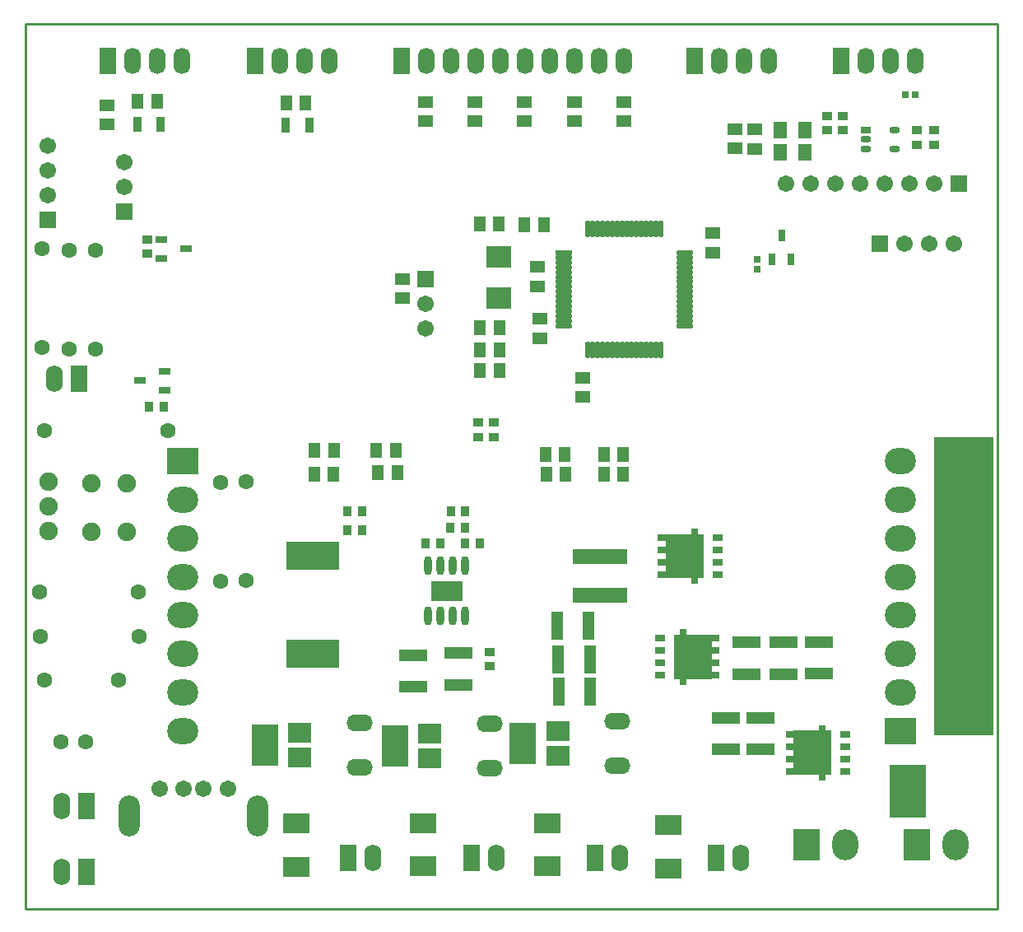
<source format=gts>
%FSLAX25Y25*%
%MOIN*%
G70*
G01*
G75*
G04 Layer_Color=8388736*
%ADD10R,0.03937X0.02362*%
%ADD11R,0.03347X0.02756*%
%ADD12O,0.06299X0.01181*%
%ADD13R,0.06299X0.01181*%
%ADD14O,0.01181X0.06299*%
%ADD15R,0.05118X0.03937*%
%ADD16R,0.10630X0.03937*%
%ADD17R,0.03937X0.05118*%
%ADD18R,0.03543X0.02126*%
%ADD19R,0.01969X0.06299*%
%ADD20R,0.14410X0.07874*%
%ADD21R,0.14410X0.09843*%
%ADD22R,0.09449X0.08268*%
%ADD23R,0.05000X0.06000*%
%ADD24R,0.02362X0.02362*%
%ADD25R,0.02362X0.02362*%
%ADD26R,0.02362X0.03937*%
%ADD27O,0.02362X0.06890*%
%ADD28R,0.11811X0.07480*%
%ADD29R,0.02756X0.03347*%
%ADD30R,0.10000X0.07500*%
%ADD31R,0.09843X0.15748*%
%ADD32R,0.08661X0.07087*%
%ADD33O,0.09843X0.05906*%
%ADD34O,0.03543X0.01969*%
%ADD35O,0.03543X0.01969*%
%ADD36R,0.03543X0.01969*%
%ADD37R,0.02559X0.05315*%
%ADD38R,0.20866X0.11024*%
%ADD39R,0.03937X0.10630*%
%ADD40R,0.21654X0.05630*%
%ADD41C,0.02000*%
%ADD42C,0.00800*%
%ADD43C,0.03000*%
%ADD44C,0.03500*%
%ADD45C,0.04000*%
%ADD46C,0.01000*%
%ADD47C,0.01500*%
%ADD48C,0.10000*%
%ADD49C,0.08000*%
%ADD50C,0.05000*%
%ADD51C,0.01200*%
%ADD52R,0.19200X0.07900*%
%ADD53R,0.58405X0.13100*%
%ADD54R,0.24300X1.56600*%
%ADD55R,0.50200X0.62200*%
%ADD56R,0.24100X0.17400*%
%ADD57R,0.25624X0.17093*%
%ADD58R,0.23600X0.17400*%
%ADD59R,0.05906X0.05906*%
%ADD60C,0.05906*%
%ADD61O,0.11811X0.09843*%
%ADD62R,0.11811X0.09843*%
%ADD63O,0.05906X0.09843*%
%ADD64R,0.05906X0.09843*%
%ADD65R,0.09843X0.11811*%
%ADD66O,0.09843X0.11811*%
%ADD67R,0.05906X0.05906*%
%ADD68C,0.06693*%
%ADD69C,0.05500*%
%ADD70O,0.07874X0.15748*%
%ADD71C,0.05512*%
%ADD72R,0.06000X0.10000*%
%ADD73O,0.06000X0.10000*%
%ADD74C,0.02000*%
%ADD75C,0.03000*%
%ADD76C,0.04000*%
%ADD77O,0.05500X0.02500*%
%ADD78R,0.05500X0.02500*%
%ADD79O,0.01181X0.02756*%
%ADD80O,0.02756X0.01181*%
%ADD81R,0.13386X0.07087*%
%ADD82R,0.15000X0.13000*%
%ADD83R,0.19400X0.21500*%
%ADD84R,0.18400X0.60700*%
%ADD85R,0.24600X1.31200*%
%ADD86R,0.50100X0.62100*%
%ADD87C,0.00500*%
%ADD88C,0.00394*%
%ADD89C,0.00984*%
%ADD90C,0.00787*%
%ADD91C,0.00591*%
%ADD92R,0.04724X0.02756*%
%ADD93R,0.01968X0.03543*%
%ADD94R,0.23900X1.20759*%
%ADD95R,0.14900X0.21400*%
%ADD96R,0.04737X0.03162*%
%ADD97R,0.04147X0.03556*%
%ADD98O,0.07099X0.01981*%
%ADD99R,0.07099X0.01981*%
%ADD100O,0.01981X0.07099*%
%ADD101R,0.05918X0.04737*%
%ADD102R,0.11430X0.04737*%
%ADD103R,0.04737X0.05918*%
%ADD104R,0.04343X0.02926*%
%ADD105R,0.02769X0.07099*%
%ADD106R,0.15210X0.08674*%
%ADD107R,0.15210X0.10642*%
%ADD108R,0.10249X0.09068*%
%ADD109R,0.05800X0.06800*%
%ADD110R,0.03162X0.03162*%
%ADD111R,0.03162X0.03162*%
%ADD112R,0.03162X0.04737*%
%ADD113O,0.03162X0.07690*%
%ADD114R,0.12611X0.08280*%
%ADD115R,0.03556X0.04147*%
%ADD116R,0.10800X0.08300*%
%ADD117R,0.10642X0.16548*%
%ADD118R,0.09461X0.07887*%
%ADD119O,0.10642X0.06706*%
%ADD120O,0.04343X0.02769*%
%ADD121O,0.04343X0.02769*%
%ADD122R,0.04343X0.02769*%
%ADD123R,0.03359X0.06115*%
%ADD124R,0.21666X0.11824*%
%ADD125R,0.04737X0.11430*%
%ADD126R,0.22453X0.06430*%
%ADD127R,0.06706X0.06706*%
%ADD128C,0.06706*%
%ADD129O,0.12611X0.10642*%
%ADD130R,0.12611X0.10642*%
%ADD131O,0.06706X0.10642*%
%ADD132R,0.06706X0.10642*%
%ADD133R,0.10642X0.12611*%
%ADD134O,0.10642X0.12611*%
%ADD135R,0.06706X0.06706*%
%ADD136C,0.07493*%
%ADD137C,0.06300*%
%ADD138O,0.08674X0.16548*%
%ADD139C,0.06312*%
%ADD140R,0.06800X0.10800*%
%ADD141O,0.06800X0.10800*%
D46*
X0Y-33D02*
X393701D01*
X0Y-358301D02*
Y-33D01*
Y-358301D02*
X393701D01*
Y-33D01*
D94*
X380127Y-227821D02*
D03*
D95*
X357250Y-310700D02*
D03*
D96*
X56200Y-140626D02*
D03*
X46358Y-144563D02*
D03*
X56200Y-148500D02*
D03*
X55077Y-87300D02*
D03*
X64920Y-91237D02*
D03*
X55077Y-95174D02*
D03*
D97*
X183200Y-167399D02*
D03*
Y-161493D02*
D03*
X188000Y-254294D02*
D03*
Y-260200D02*
D03*
X49200Y-93200D02*
D03*
Y-87295D02*
D03*
X331061Y-37300D02*
D03*
Y-43205D02*
D03*
X360838Y-49100D02*
D03*
Y-43194D02*
D03*
X324761Y-43200D02*
D03*
Y-37295D02*
D03*
X368061Y-43194D02*
D03*
Y-49100D02*
D03*
X189600Y-161493D02*
D03*
Y-167399D02*
D03*
D98*
X217900Y-100674D02*
D03*
Y-94769D02*
D03*
Y-96737D02*
D03*
Y-98706D02*
D03*
Y-102643D02*
D03*
Y-104611D02*
D03*
Y-106579D02*
D03*
Y-108548D02*
D03*
Y-110517D02*
D03*
Y-112485D02*
D03*
Y-114453D02*
D03*
X267113Y-122328D02*
D03*
Y-120359D02*
D03*
Y-118391D02*
D03*
Y-116422D02*
D03*
Y-114453D02*
D03*
Y-112485D02*
D03*
Y-110517D02*
D03*
Y-108548D02*
D03*
Y-106579D02*
D03*
Y-104611D02*
D03*
Y-102643D02*
D03*
Y-100674D02*
D03*
Y-98706D02*
D03*
Y-96737D02*
D03*
Y-94769D02*
D03*
Y-92800D02*
D03*
X217900Y-116422D02*
D03*
Y-120359D02*
D03*
Y-118391D02*
D03*
Y-122328D02*
D03*
D99*
Y-92800D02*
D03*
D100*
X227743Y-132170D02*
D03*
X229711D02*
D03*
X231680D02*
D03*
X233648D02*
D03*
X235617D02*
D03*
X237585D02*
D03*
X239554D02*
D03*
X241522D02*
D03*
X243491D02*
D03*
X245459D02*
D03*
X247428D02*
D03*
X249396D02*
D03*
X251365D02*
D03*
X253333D02*
D03*
X255302D02*
D03*
X257270D02*
D03*
Y-82958D02*
D03*
X255302D02*
D03*
X253333D02*
D03*
X251365D02*
D03*
X249396D02*
D03*
X247428D02*
D03*
X245459D02*
D03*
X243491D02*
D03*
X241522D02*
D03*
X239554D02*
D03*
X237585D02*
D03*
X235617D02*
D03*
X233648D02*
D03*
X231680D02*
D03*
X229711D02*
D03*
X227743D02*
D03*
D101*
X295200Y-42900D02*
D03*
Y-50774D02*
D03*
X287400Y-42700D02*
D03*
Y-50574D02*
D03*
X152677Y-111200D02*
D03*
Y-103326D02*
D03*
X207200Y-106300D02*
D03*
Y-98426D02*
D03*
X208200Y-119426D02*
D03*
Y-127300D02*
D03*
X225600Y-143326D02*
D03*
Y-151200D02*
D03*
X278300Y-92774D02*
D03*
Y-84900D02*
D03*
X33077Y-40874D02*
D03*
Y-33000D02*
D03*
X162077Y-31700D02*
D03*
Y-39574D02*
D03*
X182102Y-31700D02*
D03*
Y-39574D02*
D03*
X202127Y-31700D02*
D03*
Y-39574D02*
D03*
X242177Y-31700D02*
D03*
Y-39574D02*
D03*
X222152D02*
D03*
Y-31700D02*
D03*
D102*
X283477Y-293800D02*
D03*
Y-281005D02*
D03*
X297477Y-293800D02*
D03*
Y-281005D02*
D03*
X175400Y-267695D02*
D03*
Y-254900D02*
D03*
X157000Y-255700D02*
D03*
Y-268495D02*
D03*
X306977Y-263400D02*
D03*
Y-250605D02*
D03*
X292077Y-263300D02*
D03*
Y-250505D02*
D03*
X321177Y-263100D02*
D03*
Y-250305D02*
D03*
D103*
X184000Y-140500D02*
D03*
X191874D02*
D03*
X191674Y-81100D02*
D03*
X183800D02*
D03*
X191974Y-123000D02*
D03*
X184100D02*
D03*
X191974Y-132200D02*
D03*
X184100D02*
D03*
X209974Y-81300D02*
D03*
X202100D02*
D03*
X116826Y-182400D02*
D03*
X124700D02*
D03*
X117026Y-172900D02*
D03*
X124900D02*
D03*
X218677Y-182474D02*
D03*
X210803D02*
D03*
X242077Y-182374D02*
D03*
X234203D02*
D03*
X142600Y-181900D02*
D03*
X150474D02*
D03*
X218377Y-174300D02*
D03*
X210503D02*
D03*
X242077D02*
D03*
X234203D02*
D03*
X142000Y-172900D02*
D03*
X149874D02*
D03*
X53177Y-31300D02*
D03*
X45303D02*
D03*
X113400Y-32100D02*
D03*
X105526D02*
D03*
D104*
X309899Y-292662D02*
D03*
Y-302662D02*
D03*
X331937D02*
D03*
X309899Y-287662D02*
D03*
X331937Y-292662D02*
D03*
Y-287662D02*
D03*
X309899Y-297662D02*
D03*
X331937D02*
D03*
X278955Y-258938D02*
D03*
Y-248938D02*
D03*
X256917D02*
D03*
X278955Y-263938D02*
D03*
X256917Y-258938D02*
D03*
Y-263938D02*
D03*
X278955Y-253938D02*
D03*
X256917D02*
D03*
X258099Y-213162D02*
D03*
Y-223162D02*
D03*
X280137D02*
D03*
X258099Y-208162D02*
D03*
X280137Y-213162D02*
D03*
Y-208162D02*
D03*
X258099Y-218162D02*
D03*
X280137D02*
D03*
D105*
X322685Y-303036D02*
D03*
Y-287288D02*
D03*
X266169Y-248564D02*
D03*
Y-264312D02*
D03*
X270885Y-223536D02*
D03*
Y-207788D02*
D03*
D106*
X318650Y-299783D02*
D03*
X270205Y-251817D02*
D03*
X266850Y-220283D02*
D03*
D107*
X318650Y-291541D02*
D03*
X270205Y-260059D02*
D03*
X266850Y-212041D02*
D03*
D108*
X191700Y-110968D02*
D03*
Y-94432D02*
D03*
D109*
X315761Y-52100D02*
D03*
Y-43100D02*
D03*
X305661Y-52000D02*
D03*
Y-43000D02*
D03*
D110*
X296300Y-95600D02*
D03*
Y-99537D02*
D03*
D111*
X360377Y-28700D02*
D03*
X356440D02*
D03*
D112*
X302200Y-95600D02*
D03*
X306137Y-85757D02*
D03*
X310074Y-95600D02*
D03*
D113*
X163100Y-239936D02*
D03*
X168100D02*
D03*
X173100D02*
D03*
X178100D02*
D03*
X163100Y-219464D02*
D03*
X168100D02*
D03*
X173100D02*
D03*
X178100D02*
D03*
D114*
X170600Y-229700D02*
D03*
D115*
X184005Y-210400D02*
D03*
X178100D02*
D03*
X178006Y-204000D02*
D03*
X172100D02*
D03*
X130394Y-205100D02*
D03*
X136300D02*
D03*
X49894Y-155000D02*
D03*
X55800D02*
D03*
X130394Y-197500D02*
D03*
X136300D02*
D03*
X178105D02*
D03*
X172200D02*
D03*
X162094Y-210600D02*
D03*
X168000D02*
D03*
D116*
X260177Y-342000D02*
D03*
Y-324500D02*
D03*
X109677Y-341300D02*
D03*
Y-323800D02*
D03*
X161026Y-341200D02*
D03*
Y-323700D02*
D03*
X211174Y-341200D02*
D03*
Y-323700D02*
D03*
D117*
X96798Y-292200D02*
D03*
X149498Y-292400D02*
D03*
X201298Y-291500D02*
D03*
D118*
X110971Y-287279D02*
D03*
X110971Y-297121D02*
D03*
X163671Y-287479D02*
D03*
X163671Y-297321D02*
D03*
X215471Y-286579D02*
D03*
X215471Y-296421D02*
D03*
D119*
X135183Y-283145D02*
D03*
Y-301255D02*
D03*
X187883Y-283345D02*
D03*
Y-301455D02*
D03*
X239683Y-282445D02*
D03*
Y-300555D02*
D03*
D120*
X340238Y-50680D02*
D03*
Y-46940D02*
D03*
X352049Y-50680D02*
D03*
D121*
Y-43200D02*
D03*
D122*
X340238D02*
D03*
D123*
X114849Y-41100D02*
D03*
X105400D02*
D03*
X54626Y-40800D02*
D03*
X45177D02*
D03*
D124*
X116400Y-255264D02*
D03*
Y-215500D02*
D03*
D125*
X228477Y-257300D02*
D03*
X215682D02*
D03*
X228677Y-270300D02*
D03*
X215882D02*
D03*
X228077Y-243800D02*
D03*
X215282D02*
D03*
D126*
X232777Y-231606D02*
D03*
Y-215700D02*
D03*
D127*
X378100Y-64800D02*
D03*
X346100Y-89176D02*
D03*
D128*
X368100Y-64800D02*
D03*
X358100D02*
D03*
X348100D02*
D03*
X338100D02*
D03*
X328100D02*
D03*
X318100D02*
D03*
X308100D02*
D03*
X39900Y-56200D02*
D03*
Y-66200D02*
D03*
X162077Y-123400D02*
D03*
Y-113400D02*
D03*
X9100Y-69300D02*
D03*
Y-59300D02*
D03*
Y-49300D02*
D03*
X54277Y-309900D02*
D03*
X64120D02*
D03*
X71994D02*
D03*
X81836D02*
D03*
X376100Y-89176D02*
D03*
X366100D02*
D03*
X356100D02*
D03*
X170600Y-229700D02*
D03*
D129*
X354331Y-270742D02*
D03*
Y-255151D02*
D03*
Y-223970D02*
D03*
Y-239561D02*
D03*
Y-177198D02*
D03*
Y-192789D02*
D03*
Y-208380D02*
D03*
X63780Y-255151D02*
D03*
Y-270742D02*
D03*
Y-286333D02*
D03*
Y-223970D02*
D03*
Y-239561D02*
D03*
Y-208380D02*
D03*
Y-192789D02*
D03*
D130*
X354331Y-286333D02*
D03*
X63780Y-177198D02*
D03*
D131*
X102877Y-15000D02*
D03*
X122877D02*
D03*
X112877D02*
D03*
X43177D02*
D03*
X63177D02*
D03*
X53177D02*
D03*
X350377D02*
D03*
X360377D02*
D03*
X340377D02*
D03*
X290977D02*
D03*
X300977D02*
D03*
X280977D02*
D03*
X172177D02*
D03*
X182177D02*
D03*
X162177D02*
D03*
X192177D02*
D03*
X202177D02*
D03*
X242177D02*
D03*
X232177D02*
D03*
X222177D02*
D03*
X212177D02*
D03*
D132*
X92877D02*
D03*
X33177D02*
D03*
X330377D02*
D03*
X270977D02*
D03*
X152177D02*
D03*
D133*
X316287Y-332400D02*
D03*
X361109Y-332300D02*
D03*
D134*
X331877Y-332400D02*
D03*
X376700Y-332300D02*
D03*
D135*
X39900Y-76200D02*
D03*
X162077Y-103400D02*
D03*
X9100Y-79300D02*
D03*
D136*
X40977Y-205685D02*
D03*
Y-186000D02*
D03*
X26577Y-205885D02*
D03*
Y-186200D02*
D03*
X9377Y-205300D02*
D03*
Y-195300D02*
D03*
Y-185300D02*
D03*
D137*
X24177Y-290900D02*
D03*
X14177D02*
D03*
D138*
X42072Y-320924D02*
D03*
X94041D02*
D03*
D139*
X5877Y-248200D02*
D03*
X45877D02*
D03*
X7677Y-265900D02*
D03*
X37677D02*
D03*
X6677Y-131100D02*
D03*
Y-91100D02*
D03*
X17477Y-131700D02*
D03*
Y-91700D02*
D03*
X28377Y-131700D02*
D03*
Y-91700D02*
D03*
X89377Y-185600D02*
D03*
Y-225600D02*
D03*
X57500Y-164700D02*
D03*
X7500D02*
D03*
X79077Y-185700D02*
D03*
Y-225700D02*
D03*
X5577Y-230200D02*
D03*
X45577D02*
D03*
D140*
X24477Y-343400D02*
D03*
X21577Y-143800D02*
D03*
X279477Y-337900D02*
D03*
X130477Y-337950D02*
D03*
X180627D02*
D03*
X230777D02*
D03*
X24677Y-316900D02*
D03*
D141*
X14477Y-343400D02*
D03*
X11577Y-143800D02*
D03*
X289477Y-337900D02*
D03*
X140477Y-337950D02*
D03*
X190627D02*
D03*
X240777D02*
D03*
X14677Y-316900D02*
D03*
M02*

</source>
